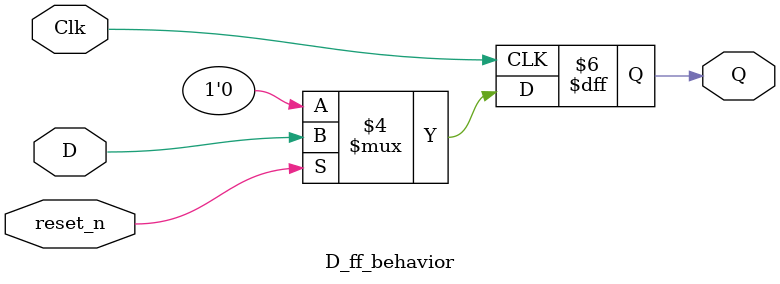
<source format=v>
`timescale 1ns / 1ps


module D_ff_behavior(
input D, 
input Clk, 
input reset_n,
output reg Q); 
always @ (posedge Clk)
     if(Clk)     
        begin 
        if (!reset_n)
            Q <= 0;
        else       
            Q <= D;    
        end 
endmodule

</source>
